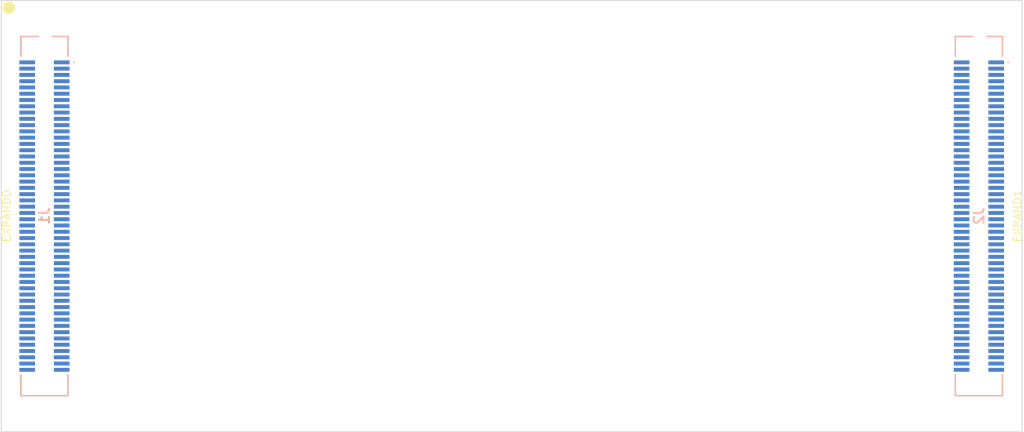
<source format=kicad_pcb>
(kicad_pcb (version 20211014) (generator pcbnew)
  (layers (0 "F.Cu" signal) (31 "B.Cu" signal) (34 "B.Paste" user) (35 "F.Paste" user) (36 "B.SilkS" user "B.Silkscreen") (37 "F.SilkS" user "F.Silkscreen") (38 "B.Mask" user) (39 "F.Mask" user) (44 "Edge.Cuts" user))
  (net 0 "")
  (footprint "FCI-61082-101402LF:61082101402LF" (layer "F.Cu") (at 88.7344 98.0104)
    (fp_text reference "J1" (at 0 0 -90) (layer "B.SilkS") (effects (font (size 1.27 1.27) (thickness 0.254)) (justify mirror)))
    (fp_text value "stk600-expand0" hide)
    (fp_line (start 3 -20.4) (end 3 -22.9) (layer "B.SilkS") (width 0.2))
    (fp_line (start 3 22.9) (end -3 22.9) (layer "B.SilkS") (width 0.2))
    (fp_line (start -3 -22.9) (end -0.8 -22.9) (layer "B.SilkS") (width 0.2))
    (fp_line (start 3 -22.9) (end 1 -22.9) (layer "B.SilkS") (width 0.2))
    (fp_line (start -3 22.9) (end -3 20.2) (layer "B.SilkS") (width 0.2))
    (fp_line (start -3 -20.4) (end -3 -22.9) (layer "B.SilkS") (width 0.2))
    (fp_line (start 3.7 -19.6) (end 3.7 -19.6) (layer "B.SilkS") (width 0.1))
    (fp_line (start 3.8 -19.6) (end 3.8 -19.6) (layer "B.SilkS") (width 0.1))
    (fp_line (start 3 20.2) (end 3 22.9) (layer "B.SilkS") (width 0.2))
    (fp_arc (start 3.8 -19.6) (mid 3.75 -19.55) (end 3.7 -19.6) (layer "B.SilkS") (width 0.1))
    (fp_arc (start 3.7 -19.6) (mid 3.75 -19.65) (end 3.8 -19.6) (layer "B.SilkS") (width 0.1))
    (pad "" np_thru_hole circle locked (at 0 22.1 270) (size 0.001 0.001) (drill 0.8) (layers *.Cu *.Mask))
    (pad "" np_thru_hole circle locked (at 0 -22.1 270) (size 0.001 0.001) (drill 1.2) (layers *.Cu *.Mask))
    (pad "1" smd rect locked (at 2.2 -19.6 270) (size 0.5 2) (layers "B.Cu" "B.Paste" "B.Mask"))
    (pad "2" smd rect locked (at -2.2 -19.6 270) (size 0.5 2) (layers "B.Cu" "B.Paste" "B.Mask"))
    (pad "3" smd rect locked (at 2.2 -18.8 270) (size 0.5 2) (layers "B.Cu" "B.Paste" "B.Mask"))
    (pad "4" smd rect locked (at -2.2 -18.8 270) (size 0.5 2) (layers "B.Cu" "B.Paste" "B.Mask"))
    (pad "5" smd rect locked (at 2.2 -18 270) (size 0.5 2) (layers "B.Cu" "B.Paste" "B.Mask"))
    (pad "6" smd rect locked (at -2.2 -18 270) (size 0.5 2) (layers "B.Cu" "B.Paste" "B.Mask"))
    (pad "7" smd rect locked (at 2.2 -17.2 270) (size 0.5 2) (layers "B.Cu" "B.Paste" "B.Mask"))
    (pad "8" smd rect locked (at -2.2 -17.2 270) (size 0.5 2) (layers "B.Cu" "B.Paste" "B.Mask"))
    (pad "9" smd rect locked (at 2.2 -16.4 270) (size 0.5 2) (layers "B.Cu" "B.Paste" "B.Mask"))
    (pad "10" smd rect locked (at -2.2 -16.4 270) (size 0.5 2) (layers "B.Cu" "B.Paste" "B.Mask"))
    (pad "11" smd rect locked (at 2.2 -15.6 270) (size 0.5 2) (layers "B.Cu" "B.Paste" "B.Mask"))
    (pad "12" smd rect locked (at -2.2 -15.6 270) (size 0.5 2) (layers "B.Cu" "B.Paste" "B.Mask"))
    (pad "13" smd rect locked (at 2.2 -14.8 270) (size 0.5 2) (layers "B.Cu" "B.Paste" "B.Mask"))
    (pad "14" smd rect locked (at -2.2 -14.8 270) (size 0.5 2) (layers "B.Cu" "B.Paste" "B.Mask"))
    (pad "15" smd rect locked (at 2.2 -14 270) (size 0.5 2) (layers "B.Cu" "B.Paste" "B.Mask"))
    (pad "16" smd rect locked (at -2.2 -14 270) (size 0.5 2) (layers "B.Cu" "B.Paste" "B.Mask"))
    (pad "17" smd rect locked (at 2.2 -13.2 270) (size 0.5 2) (layers "B.Cu" "B.Paste" "B.Mask"))
    (pad "18" smd rect locked (at -2.2 -13.2 270) (size 0.5 2) (layers "B.Cu" "B.Paste" "B.Mask"))
    (pad "19" smd rect locked (at 2.2 -12.4 270) (size 0.5 2) (layers "B.Cu" "B.Paste" "B.Mask"))
    (pad "20" smd rect locked (at -2.2 -12.4 270) (size 0.5 2) (layers "B.Cu" "B.Paste" "B.Mask"))
    (pad "21" smd rect locked (at 2.2 -11.6 270) (size 0.5 2) (layers "B.Cu" "B.Paste" "B.Mask"))
    (pad "22" smd rect locked (at -2.2 -11.6 270) (size 0.5 2) (layers "B.Cu" "B.Paste" "B.Mask"))
    (pad "23" smd rect locked (at 2.2 -10.8 270) (size 0.5 2) (layers "B.Cu" "B.Paste" "B.Mask"))
    (pad "24" smd rect locked (at -2.2 -10.8 270) (size 0.5 2) (layers "B.Cu" "B.Paste" "B.Mask"))
    (pad "25" smd rect locked (at 2.2 -10 270) (size 0.5 2) (layers "B.Cu" "B.Paste" "B.Mask"))
    (pad "26" smd rect locked (at -2.2 -10 270) (size 0.5 2) (layers "B.Cu" "B.Paste" "B.Mask"))
    (pad "27" smd rect locked (at 2.2 -9.2 270) (size 0.5 2) (layers "B.Cu" "B.Paste" "B.Mask"))
    (pad "28" smd rect locked (at -2.2 -9.2 270) (size 0.5 2) (layers "B.Cu" "B.Paste" "B.Mask"))
    (pad "29" smd rect locked (at 2.2 -8.4 270) (size 0.5 2) (layers "B.Cu" "B.Paste" "B.Mask"))
    (pad "30" smd rect locked (at -2.2 -8.4 270) (size 0.5 2) (layers "B.Cu" "B.Paste" "B.Mask"))
    (pad "31" smd rect locked (at 2.2 -7.6 270) (size 0.5 2) (layers "B.Cu" "B.Paste" "B.Mask"))
    (pad "32" smd rect locked (at -2.2 -7.6 270) (size 0.5 2) (layers "B.Cu" "B.Paste" "B.Mask"))
    (pad "33" smd rect locked (at 2.2 -6.8 270) (size 0.5 2) (layers "B.Cu" "B.Paste" "B.Mask"))
    (pad "34" smd rect locked (at -2.2 -6.8 270) (size 0.5 2) (layers "B.Cu" "B.Paste" "B.Mask"))
    (pad "35" smd rect locked (at 2.2 -6 270) (size 0.5 2) (layers "B.Cu" "B.Paste" "B.Mask"))
    (pad "36" smd rect locked (at -2.2 -6 270) (size 0.5 2) (layers "B.Cu" "B.Paste" "B.Mask"))
    (pad "37" smd rect locked (at 2.2 -5.2 270) (size 0.5 2) (layers "B.Cu" "B.Paste" "B.Mask"))
    (pad "38" smd rect locked (at -2.2 -5.2 270) (size 0.5 2) (layers "B.Cu" "B.Paste" "B.Mask"))
    (pad "39" smd rect locked (at 2.2 -4.4 270) (size 0.5 2) (layers "B.Cu" "B.Paste" "B.Mask"))
    (pad "40" smd rect locked (at -2.2 -4.4 270) (size 0.5 2) (layers "B.Cu" "B.Paste" "B.Mask"))
    (pad "41" smd rect locked (at 2.2 -3.6 270) (size 0.5 2) (layers "B.Cu" "B.Paste" "B.Mask"))
    (pad "42" smd rect locked (at -2.2 -3.6 270) (size 0.5 2) (layers "B.Cu" "B.Paste" "B.Mask"))
    (pad "43" smd rect locked (at 2.2 -2.8 270) (size 0.5 2) (layers "B.Cu" "B.Paste" "B.Mask"))
    (pad "44" smd rect locked (at -2.2 -2.8 270) (size 0.5 2) (layers "B.Cu" "B.Paste" "B.Mask"))
    (pad "45" smd rect locked (at 2.2 -2 270) (size 0.5 2) (layers "B.Cu" "B.Paste" "B.Mask"))
    (pad "46" smd rect locked (at -2.2 -2 270) (size 0.5 2) (layers "B.Cu" "B.Paste" "B.Mask"))
    (pad "47" smd rect locked (at 2.2 -1.2 270) (size 0.5 2) (layers "B.Cu" "B.Paste" "B.Mask"))
    (pad "48" smd rect locked (at -2.2 -1.2 270) (size 0.5 2) (layers "B.Cu" "B.Paste" "B.Mask"))
    (pad "49" smd rect locked (at 2.2 -0.4 270) (size 0.5 2) (layers "B.Cu" "B.Paste" "B.Mask"))
    (pad "50" smd rect locked (at -2.2 -0.4 270) (size 0.5 2) (layers "B.Cu" "B.Paste" "B.Mask"))
    (pad "51" smd rect locked (at 2.2 0.4 270) (size 0.5 2) (layers "B.Cu" "B.Paste" "B.Mask"))
    (pad "52" smd rect locked (at -2.2 0.4 270) (size 0.5 2) (layers "B.Cu" "B.Paste" "B.Mask"))
    (pad "53" smd rect locked (at 2.2 1.2 270) (size 0.5 2) (layers "B.Cu" "B.Paste" "B.Mask"))
    (pad "54" smd rect locked (at -2.2 1.2 270) (size 0.5 2) (layers "B.Cu" "B.Paste" "B.Mask"))
    (pad "55" smd rect locked (at 2.2 2 270) (size 0.5 2) (layers "B.Cu" "B.Paste" "B.Mask"))
    (pad "56" smd rect locked (at -2.2 2 270) (size 0.5 2) (layers "B.Cu" "B.Paste" "B.Mask"))
    (pad "57" smd rect locked (at 2.2 2.8 270) (size 0.5 2) (layers "B.Cu" "B.Paste" "B.Mask"))
    (pad "58" smd rect locked (at -2.2 2.8 270) (size 0.5 2) (layers "B.Cu" "B.Paste" "B.Mask"))
    (pad "59" smd rect locked (at 2.2 3.6 270) (size 0.5 2) (layers "B.Cu" "B.Paste" "B.Mask"))
    (pad "60" smd rect locked (at -2.2 3.6 270) (size 0.5 2) (layers "B.Cu" "B.Paste" "B.Mask"))
    (pad "61" smd rect locked (at 2.2 4.4 270) (size 0.5 2) (layers "B.Cu" "B.Paste" "B.Mask"))
    (pad "62" smd rect locked (at -2.2 4.4 270) (size 0.5 2) (layers "B.Cu" "B.Paste" "B.Mask"))
    (pad "63" smd rect locked (at 2.2 5.2 270) (size 0.5 2) (layers "B.Cu" "B.Paste" "B.Mask"))
    (pad "64" smd rect locked (at -2.2 5.2 270) (size 0.5 2) (layers "B.Cu" "B.Paste" "B.Mask"))
    (pad "65" smd rect locked (at 2.2 6 270) (size 0.5 2) (layers "B.Cu" "B.Paste" "B.Mask"))
    (pad "66" smd rect locked (at -2.2 6 270) (size 0.5 2) (layers "B.Cu" "B.Paste" "B.Mask"))
    (pad "67" smd rect locked (at 2.2 6.8 270) (size 0.5 2) (layers "B.Cu" "B.Paste" "B.Mask"))
    (pad "68" smd rect locked (at -2.2 6.8 270) (size 0.5 2) (layers "B.Cu" "B.Paste" "B.Mask"))
    (pad "69" smd rect locked (at 2.2 7.6 270) (size 0.5 2) (layers "B.Cu" "B.Paste" "B.Mask"))
    (pad "70" smd rect locked (at -2.2 7.6 270) (size 0.5 2) (layers "B.Cu" "B.Paste" "B.Mask"))
    (pad "71" smd rect locked (at 2.2 8.4 270) (size 0.5 2) (layers "B.Cu" "B.Paste" "B.Mask"))
    (pad "72" smd rect locked (at -2.2 8.4 270) (size 0.5 2) (layers "B.Cu" "B.Paste" "B.Mask"))
    (pad "73" smd rect locked (at 2.2 9.2 270) (size 0.5 2) (layers "B.Cu" "B.Paste" "B.Mask"))
    (pad "74" smd rect locked (at -2.2 9.2 270) (size 0.5 2) (layers "B.Cu" "B.Paste" "B.Mask"))
    (pad "75" smd rect locked (at 2.2 10 270) (size 0.5 2) (layers "B.Cu" "B.Paste" "B.Mask"))
    (pad "76" smd rect locked (at -2.2 10 270) (size 0.5 2) (layers "B.Cu" "B.Paste" "B.Mask"))
    (pad "77" smd rect locked (at 2.2 10.8 270) (size 0.5 2) (layers "B.Cu" "B.Paste" "B.Mask"))
    (pad "78" smd rect locked (at -2.2 10.8 270) (size 0.5 2) (layers "B.Cu" "B.Paste" "B.Mask"))
    (pad "79" smd rect locked (at 2.2 11.6 270) (size 0.5 2) (layers "B.Cu" "B.Paste" "B.Mask"))
    (pad "80" smd rect locked (at -2.2 11.6 270) (size 0.5 2) (layers "B.Cu" "B.Paste" "B.Mask"))
    (pad "81" smd rect locked (at 2.2 12.4 270) (size 0.5 2) (layers "B.Cu" "B.Paste" "B.Mask"))
    (pad "82" smd rect locked (at -2.2 12.4 270) (size 0.5 2) (layers "B.Cu" "B.Paste" "B.Mask"))
    (pad "83" smd rect locked (at 2.2 13.2 270) (size 0.5 2) (layers "B.Cu" "B.Paste" "B.Mask"))
    (pad "84" smd rect locked (at -2.2 13.2 270) (size 0.5 2) (layers "B.Cu" "B.Paste" "B.Mask"))
    (pad "85" smd rect locked (at 2.2 14 270) (size 0.5 2) (layers "B.Cu" "B.Paste" "B.Mask"))
    (pad "86" smd rect locked (at -2.2 14 270) (size 0.5 2) (layers "B.Cu" "B.Paste" "B.Mask"))
    (pad "87" smd rect locked (at 2.2 14.8 270) (size 0.5 2) (layers "B.Cu" "B.Paste" "B.Mask"))
    (pad "88" smd rect locked (at -2.2 14.8 270) (size 0.5 2) (layers "B.Cu" "B.Paste" "B.Mask"))
    (pad "89" smd rect locked (at 2.2 15.6 270) (size 0.5 2) (layers "B.Cu" "B.Paste" "B.Mask"))
    (pad "90" smd rect locked (at -2.2 15.6 270) (size 0.5 2) (layers "B.Cu" "B.Paste" "B.Mask"))
    (pad "91" smd rect locked (at 2.2 16.4 270) (size 0.5 2) (layers "B.Cu" "B.Paste" "B.Mask"))
    (pad "92" smd rect locked (at -2.2 16.4 270) (size 0.5 2) (layers "B.Cu" "B.Paste" "B.Mask"))
    (pad "93" smd rect locked (at 2.2 17.2 270) (size 0.5 2) (layers "B.Cu" "B.Paste" "B.Mask"))
    (pad "94" smd rect locked (at -2.2 17.2 270) (size 0.5 2) (layers "B.Cu" "B.Paste" "B.Mask"))
    (pad "95" smd rect locked (at 2.2 18 270) (size 0.5 2) (layers "B.Cu" "B.Paste" "B.Mask"))
    (pad "96" smd rect locked (at -2.2 18 270) (size 0.5 2) (layers "B.Cu" "B.Paste" "B.Mask"))
    (pad "97" smd rect locked (at 2.2 18.8 270) (size 0.5 2) (layers "B.Cu" "B.Paste" "B.Mask"))
    (pad "98" smd rect locked (at -2.2 18.8 270) (size 0.5 2) (layers "B.Cu" "B.Paste" "B.Mask"))
    (pad "99" smd rect locked (at 2.2 19.6 270) (size 0.5 2) (layers "B.Cu" "B.Paste" "B.Mask"))
    (pad "100" smd rect locked (at -2.2 19.6 270) (size 0.5 2) (layers "B.Cu" "B.Paste" "B.Mask"))
  )
  (footprint "FCI-61082-101402LF:61082101402LF" (layer "F.Cu") (at 207.7344 98.0104)
    (fp_text reference "J2" (at 0 0 -90) (layer "B.SilkS") (effects (font (size 1.27 1.27) (thickness 0.254)) (justify mirror)))
    (fp_text value "stk600-expand1" hide)
    (fp_line (start 3.8 -19.6) (end 3.8 -19.6) (layer "B.SilkS") (width 0.1))
    (fp_line (start 3 22.9) (end -3 22.9) (layer "B.SilkS") (width 0.2))
    (fp_line (start 3 -22.9) (end 1 -22.9) (layer "B.SilkS") (width 0.2))
    (fp_line (start -3 -20.4) (end -3 -22.9) (layer "B.SilkS") (width 0.2))
    (fp_line (start -3 22.9) (end -3 20.2) (layer "B.SilkS") (width 0.2))
    (fp_line (start 3 20.2) (end 3 22.9) (layer "B.SilkS") (width 0.2))
    (fp_line (start 3 -20.4) (end 3 -22.9) (layer "B.SilkS") (width 0.2))
    (fp_line (start 3.7 -19.6) (end 3.7 -19.6) (layer "B.SilkS") (width 0.1))
    (fp_line (start -3 -22.9) (end -0.8 -22.9) (layer "B.SilkS") (width 0.2))
    (fp_arc (start 3.7 -19.6) (mid 3.75 -19.65) (end 3.8 -19.6) (layer "B.SilkS") (width 0.1))
    (fp_arc (start 3.8 -19.6) (mid 3.75 -19.55) (end 3.7 -19.6) (layer "B.SilkS") (width 0.1))
    (pad "" np_thru_hole circle locked (at 0 22.1 270) (size 0.001 0.001) (drill 0.8) (layers *.Cu *.Mask))
    (pad "" np_thru_hole circle locked (at 0 -22.1 270) (size 0.001 0.001) (drill 1.2) (layers *.Cu *.Mask))
    (pad "1" smd rect locked (at 2.2 -19.6 270) (size 0.5 2) (layers "B.Cu" "B.Paste" "B.Mask"))
    (pad "2" smd rect locked (at -2.2 -19.6 270) (size 0.5 2) (layers "B.Cu" "B.Paste" "B.Mask"))
    (pad "3" smd rect locked (at 2.2 -18.8 270) (size 0.5 2) (layers "B.Cu" "B.Paste" "B.Mask"))
    (pad "4" smd rect locked (at -2.2 -18.8 270) (size 0.5 2) (layers "B.Cu" "B.Paste" "B.Mask"))
    (pad "5" smd rect locked (at 2.2 -18 270) (size 0.5 2) (layers "B.Cu" "B.Paste" "B.Mask"))
    (pad "6" smd rect locked (at -2.2 -18 270) (size 0.5 2) (layers "B.Cu" "B.Paste" "B.Mask"))
    (pad "7" smd rect locked (at 2.2 -17.2 270) (size 0.5 2) (layers "B.Cu" "B.Paste" "B.Mask"))
    (pad "8" smd rect locked (at -2.2 -17.2 270) (size 0.5 2) (layers "B.Cu" "B.Paste" "B.Mask"))
    (pad "9" smd rect locked (at 2.2 -16.4 270) (size 0.5 2) (layers "B.Cu" "B.Paste" "B.Mask"))
    (pad "10" smd rect locked (at -2.2 -16.4 270) (size 0.5 2) (layers "B.Cu" "B.Paste" "B.Mask"))
    (pad "11" smd rect locked (at 2.2 -15.6 270) (size 0.5 2) (layers "B.Cu" "B.Paste" "B.Mask"))
    (pad "12" smd rect locked (at -2.2 -15.6 270) (size 0.5 2) (layers "B.Cu" "B.Paste" "B.Mask"))
    (pad "13" smd rect locked (at 2.2 -14.8 270) (size 0.5 2) (layers "B.Cu" "B.Paste" "B.Mask"))
    (pad "14" smd rect locked (at -2.2 -14.8 270) (size 0.5 2) (layers "B.Cu" "B.Paste" "B.Mask"))
    (pad "15" smd rect locked (at 2.2 -14 270) (size 0.5 2) (layers "B.Cu" "B.Paste" "B.Mask"))
    (pad "16" smd rect locked (at -2.2 -14 270) (size 0.5 2) (layers "B.Cu" "B.Paste" "B.Mask"))
    (pad "17" smd rect locked (at 2.2 -13.2 270) (size 0.5 2) (layers "B.Cu" "B.Paste" "B.Mask"))
    (pad "18" smd rect locked (at -2.2 -13.2 270) (size 0.5 2) (layers "B.Cu" "B.Paste" "B.Mask"))
    (pad "19" smd rect locked (at 2.2 -12.4 270) (size 0.5 2) (layers "B.Cu" "B.Paste" "B.Mask"))
    (pad "20" smd rect locked (at -2.2 -12.4 270) (size 0.5 2) (layers "B.Cu" "B.Paste" "B.Mask"))
    (pad "21" smd rect locked (at 2.2 -11.6 270) (size 0.5 2) (layers "B.Cu" "B.Paste" "B.Mask"))
    (pad "22" smd rect locked (at -2.2 -11.6 270) (size 0.5 2) (layers "B.Cu" "B.Paste" "B.Mask"))
    (pad "23" smd rect locked (at 2.2 -10.8 270) (size 0.5 2) (layers "B.Cu" "B.Paste" "B.Mask"))
    (pad "24" smd rect locked (at -2.2 -10.8 270) (size 0.5 2) (layers "B.Cu" "B.Paste" "B.Mask"))
    (pad "25" smd rect locked (at 2.2 -10 270) (size 0.5 2) (layers "B.Cu" "B.Paste" "B.Mask"))
    (pad "26" smd rect locked (at -2.2 -10 270) (size 0.5 2) (layers "B.Cu" "B.Paste" "B.Mask"))
    (pad "27" smd rect locked (at 2.2 -9.2 270) (size 0.5 2) (layers "B.Cu" "B.Paste" "B.Mask"))
    (pad "28" smd rect locked (at -2.2 -9.2 270) (size 0.5 2) (layers "B.Cu" "B.Paste" "B.Mask"))
    (pad "29" smd rect locked (at 2.2 -8.4 270) (size 0.5 2) (layers "B.Cu" "B.Paste" "B.Mask"))
    (pad "30" smd rect locked (at -2.2 -8.4 270) (size 0.5 2) (layers "B.Cu" "B.Paste" "B.Mask"))
    (pad "31" smd rect locked (at 2.2 -7.6 270) (size 0.5 2) (layers "B.Cu" "B.Paste" "B.Mask"))
    (pad "32" smd rect locked (at -2.2 -7.6 270) (size 0.5 2) (layers "B.Cu" "B.Paste" "B.Mask"))
    (pad "33" smd rect locked (at 2.2 -6.8 270) (size 0.5 2) (layers "B.Cu" "B.Paste" "B.Mask"))
    (pad "34" smd rect locked (at -2.2 -6.8 270) (size 0.5 2) (layers "B.Cu" "B.Paste" "B.Mask"))
    (pad "35" smd rect locked (at 2.2 -6 270) (size 0.5 2) (layers "B.Cu" "B.Paste" "B.Mask"))
    (pad "36" smd rect locked (at -2.2 -6 270) (size 0.5 2) (layers "B.Cu" "B.Paste" "B.Mask"))
    (pad "37" smd rect locked (at 2.2 -5.2 270) (size 0.5 2) (layers "B.Cu" "B.Paste" "B.Mask"))
    (pad "38" smd rect locked (at -2.2 -5.2 270) (size 0.5 2) (layers "B.Cu" "B.Paste" "B.Mask"))
    (pad "39" smd rect locked (at 2.2 -4.4 270) (size 0.5 2) (layers "B.Cu" "B.Paste" "B.Mask"))
    (pad "40" smd rect locked (at -2.2 -4.4 270) (size 0.5 2) (layers "B.Cu" "B.Paste" "B.Mask"))
    (pad "41" smd rect locked (at 2.2 -3.6 270) (size 0.5 2) (layers "B.Cu" "B.Paste" "B.Mask"))
    (pad "42" smd rect locked (at -2.2 -3.6 270) (size 0.5 2) (layers "B.Cu" "B.Paste" "B.Mask"))
    (pad "43" smd rect locked (at 2.2 -2.8 270) (size 0.5 2) (layers "B.Cu" "B.Paste" "B.Mask"))
    (pad "44" smd rect locked (at -2.2 -2.8 270) (size 0.5 2) (layers "B.Cu" "B.Paste" "B.Mask"))
    (pad "45" smd rect locked (at 2.2 -2 270) (size 0.5 2) (layers "B.Cu" "B.Paste" "B.Mask"))
    (pad "46" smd rect locked (at -2.2 -2 270) (size 0.5 2) (layers "B.Cu" "B.Paste" "B.Mask"))
    (pad "47" smd rect locked (at 2.2 -1.2 270) (size 0.5 2) (layers "B.Cu" "B.Paste" "B.Mask"))
    (pad "48" smd rect locked (at -2.2 -1.2 270) (size 0.5 2) (layers "B.Cu" "B.Paste" "B.Mask"))
    (pad "49" smd rect locked (at 2.2 -0.4 270) (size 0.5 2) (layers "B.Cu" "B.Paste" "B.Mask"))
    (pad "50" smd rect locked (at -2.2 -0.4 270) (size 0.5 2) (layers "B.Cu" "B.Paste" "B.Mask"))
    (pad "51" smd rect locked (at 2.2 0.4 270) (size 0.5 2) (layers "B.Cu" "B.Paste" "B.Mask"))
    (pad "52" smd rect locked (at -2.2 0.4 270) (size 0.5 2) (layers "B.Cu" "B.Paste" "B.Mask"))
    (pad "53" smd rect locked (at 2.2 1.2 270) (size 0.5 2) (layers "B.Cu" "B.Paste" "B.Mask"))
    (pad "54" smd rect locked (at -2.2 1.2 270) (size 0.5 2) (layers "B.Cu" "B.Paste" "B.Mask"))
    (pad "55" smd rect locked (at 2.2 2 270) (size 0.5 2) (layers "B.Cu" "B.Paste" "B.Mask"))
    (pad "56" smd rect locked (at -2.2 2 270) (size 0.5 2) (layers "B.Cu" "B.Paste" "B.Mask"))
    (pad "57" smd rect locked (at 2.2 2.8 270) (size 0.5 2) (layers "B.Cu" "B.Paste" "B.Mask"))
    (pad "58" smd rect locked (at -2.2 2.8 270) (size 0.5 2) (layers "B.Cu" "B.Paste" "B.Mask"))
    (pad "59" smd rect locked (at 2.2 3.6 270) (size 0.5 2) (layers "B.Cu" "B.Paste" "B.Mask"))
    (pad "60" smd rect locked (at -2.2 3.6 270) (size 0.5 2) (layers "B.Cu" "B.Paste" "B.Mask"))
    (pad "61" smd rect locked (at 2.2 4.4 270) (size 0.5 2) (layers "B.Cu" "B.Paste" "B.Mask"))
    (pad "62" smd rect locked (at -2.2 4.4 270) (size 0.5 2) (layers "B.Cu" "B.Paste" "B.Mask"))
    (pad "63" smd rect locked (at 2.2 5.2 270) (size 0.5 2) (layers "B.Cu" "B.Paste" "B.Mask"))
    (pad "64" smd rect locked (at -2.2 5.2 270) (size 0.5 2) (layers "B.Cu" "B.Paste" "B.Mask"))
    (pad "65" smd rect locked (at 2.2 6 270) (size 0.5 2) (layers "B.Cu" "B.Paste" "B.Mask"))
    (pad "66" smd rect locked (at -2.2 6 270) (size 0.5 2) (layers "B.Cu" "B.Paste" "B.Mask"))
    (pad "67" smd rect locked (at 2.2 6.8 270) (size 0.5 2) (layers "B.Cu" "B.Paste" "B.Mask"))
    (pad "68" smd rect locked (at -2.2 6.8 270) (size 0.5 2) (layers "B.Cu" "B.Paste" "B.Mask"))
    (pad "69" smd rect locked (at 2.2 7.6 270) (size 0.5 2) (layers "B.Cu" "B.Paste" "B.Mask"))
    (pad "70" smd rect locked (at -2.2 7.6 270) (size 0.5 2) (layers "B.Cu" "B.Paste" "B.Mask"))
    (pad "71" smd rect locked (at 2.2 8.4 270) (size 0.5 2) (layers "B.Cu" "B.Paste" "B.Mask"))
    (pad "72" smd rect locked (at -2.2 8.4 270) (size 0.5 2) (layers "B.Cu" "B.Paste" "B.Mask"))
    (pad "73" smd rect locked (at 2.2 9.2 270) (size 0.5 2) (layers "B.Cu" "B.Paste" "B.Mask"))
    (pad "74" smd rect locked (at -2.2 9.2 270) (size 0.5 2) (layers "B.Cu" "B.Paste" "B.Mask"))
    (pad "75" smd rect locked (at 2.2 10 270) (size 0.5 2) (layers "B.Cu" "B.Paste" "B.Mask"))
    (pad "76" smd rect locked (at -2.2 10 270) (size 0.5 2) (layers "B.Cu" "B.Paste" "B.Mask"))
    (pad "77" smd rect locked (at 2.2 10.8 270) (size 0.5 2) (layers "B.Cu" "B.Paste" "B.Mask"))
    (pad "78" smd rect locked (at -2.2 10.8 270) (size 0.5 2) (layers "B.Cu" "B.Paste" "B.Mask"))
    (pad "79" smd rect locked (at 2.2 11.6 270) (size 0.5 2) (layers "B.Cu" "B.Paste" "B.Mask"))
    (pad "80" smd rect locked (at -2.2 11.6 270) (size 0.5 2) (layers "B.Cu" "B.Paste" "B.Mask"))
    (pad "81" smd rect locked (at 2.2 12.4 270) (size 0.5 2) (layers "B.Cu" "B.Paste" "B.Mask"))
    (pad "82" smd rect locked (at -2.2 12.4 270) (size 0.5 2) (layers "B.Cu" "B.Paste" "B.Mask"))
    (pad "83" smd rect locked (at 2.2 13.2 270) (size 0.5 2) (layers "B.Cu" "B.Paste" "B.Mask"))
    (pad "84" smd rect locked (at -2.2 13.2 270) (size 0.5 2) (layers "B.Cu" "B.Paste" "B.Mask"))
    (pad "85" smd rect locked (at 2.2 14 270) (size 0.5 2) (layers "B.Cu" "B.Paste" "B.Mask"))
    (pad "86" smd rect locked (at -2.2 14 270) (size 0.5 2) (layers "B.Cu" "B.Paste" "B.Mask"))
    (pad "87" smd rect locked (at 2.2 14.8 270) (size 0.5 2) (layers "B.Cu" "B.Paste" "B.Mask"))
    (pad "88" smd rect locked (at -2.2 14.8 270) (size 0.5 2) (layers "B.Cu" "B.Paste" "B.Mask"))
    (pad "89" smd rect locked (at 2.2 15.6 270) (size 0.5 2) (layers "B.Cu" "B.Paste" "B.Mask"))
    (pad "90" smd rect locked (at -2.2 15.6 270) (size 0.5 2) (layers "B.Cu" "B.Paste" "B.Mask"))
    (pad "91" smd rect locked (at 2.2 16.4 270) (size 0.5 2) (layers "B.Cu" "B.Paste" "B.Mask"))
    (pad "92" smd rect locked (at -2.2 16.4 270) (size 0.5 2) (layers "B.Cu" "B.Paste" "B.Mask"))
    (pad "93" smd rect locked (at 2.2 17.2 270) (size 0.5 2) (layers "B.Cu" "B.Paste" "B.Mask"))
    (pad "94" smd rect locked (at -2.2 17.2 270) (size 0.5 2) (layers "B.Cu" "B.Paste" "B.Mask"))
    (pad "95" smd rect locked (at 2.2 18 270) (size 0.5 2) (layers "B.Cu" "B.Paste" "B.Mask"))
    (pad "96" smd rect locked (at -2.2 18 270) (size 0.5 2) (layers "B.Cu" "B.Paste" "B.Mask"))
    (pad "97" smd rect locked (at 2.2 18.8 270) (size 0.5 2) (layers "B.Cu" "B.Paste" "B.Mask"))
    (pad "98" smd rect locked (at -2.2 18.8 270) (size 0.5 2) (layers "B.Cu" "B.Paste" "B.Mask"))
    (pad "99" smd rect locked (at 2.2 19.6 270) (size 0.5 2) (layers "B.Cu" "B.Paste" "B.Mask"))
    (pad "100" smd rect locked (at -2.2 19.6 270) (size 0.5 2) (layers "B.Cu" "B.Paste" "B.Mask"))
  )
  (gr_circle (center 84.1756 71.4248) (end 84.925653 71.4248) (layer "F.SilkS") (width 0.15) (fill solid))
  (gr_line locked (start 83.2344 70.5104) (end 213.2344 70.5104) (layer "Edge.Cuts") (width 0.1))
  (gr_line locked (start 213.2344 70.5104) (end 213.2344 125.5104) (layer "Edge.Cuts") (width 0.1))
  (gr_line locked (start 213.2344 125.5104) (end 83.2344 125.5104) (layer "Edge.Cuts") (width 0.1))
  (gr_line locked (start 83.2344 125.5104) (end 83.2344 70.5104) (layer "Edge.Cuts") (width 0.1))
  (gr_text "EXPAND1" (at 212.6488 98.0104 90) (layer "F.SilkS") (effects (font (size 1 1))))
  (gr_text "EXPAND0" (at 83.9216 98.0104 90) (layer "F.SilkS") (effects (font (size 1 1))))
)
</source>
